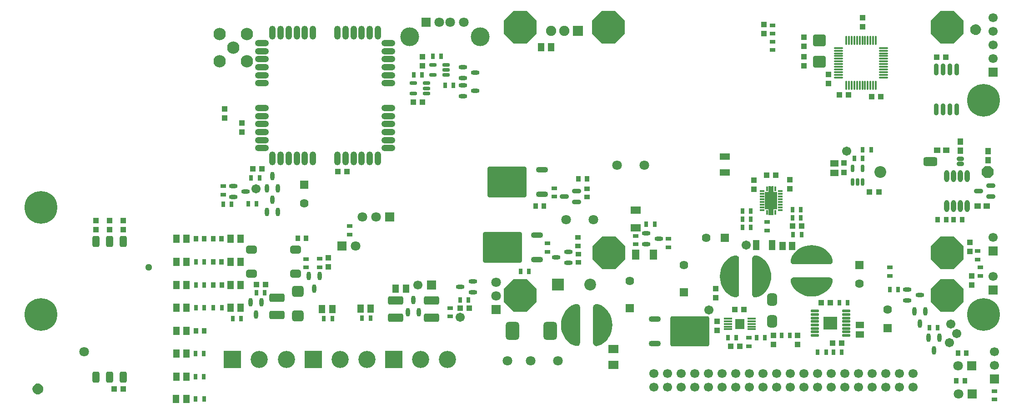
<source format=gts>
G04*
G04 #@! TF.GenerationSoftware,Altium Limited,Altium Designer,18.1.7 (191)*
G04*
G04 Layer_Color=8388736*
%FSLAX24Y24*%
%MOIN*%
G70*
G01*
G75*
%ADD50R,0.0474X0.0434*%
%ADD51R,0.0434X0.0474*%
G04:AMPARAMS|DCode=52|XSize=51.3mil|YSize=31.6mil|CornerRadius=9.9mil|HoleSize=0mil|Usage=FLASHONLY|Rotation=180.000|XOffset=0mil|YOffset=0mil|HoleType=Round|Shape=RoundedRectangle|*
%AMROUNDEDRECTD52*
21,1,0.0513,0.0118,0,0,180.0*
21,1,0.0315,0.0316,0,0,180.0*
1,1,0.0198,-0.0157,0.0059*
1,1,0.0198,0.0157,0.0059*
1,1,0.0198,0.0157,-0.0059*
1,1,0.0198,-0.0157,-0.0059*
%
%ADD52ROUNDEDRECTD52*%
G04:AMPARAMS|DCode=53|XSize=102.5mil|YSize=67.1mil|CornerRadius=18.8mil|HoleSize=0mil|Usage=FLASHONLY|Rotation=180.000|XOffset=0mil|YOffset=0mil|HoleType=Round|Shape=RoundedRectangle|*
%AMROUNDEDRECTD53*
21,1,0.1025,0.0295,0,0,180.0*
21,1,0.0650,0.0671,0,0,180.0*
1,1,0.0375,-0.0325,0.0148*
1,1,0.0375,0.0325,0.0148*
1,1,0.0375,0.0325,-0.0148*
1,1,0.0375,-0.0325,-0.0148*
%
%ADD53ROUNDEDRECTD53*%
%ADD54O,0.0375X0.0880*%
%ADD55O,0.0671X0.0361*%
%ADD56C,0.0512*%
%ADD57R,0.0356X0.0434*%
%ADD58R,0.0434X0.0356*%
%ADD59O,0.0886X0.0433*%
G04:AMPARAMS|DCode=60|XSize=287.5mil|YSize=226.5mil|CornerRadius=14.9mil|HoleSize=0mil|Usage=FLASHONLY|Rotation=180.000|XOffset=0mil|YOffset=0mil|HoleType=Round|Shape=RoundedRectangle|*
%AMROUNDEDRECTD60*
21,1,0.2875,0.1967,0,0,180.0*
21,1,0.2577,0.2265,0,0,180.0*
1,1,0.0299,-0.1288,0.0983*
1,1,0.0299,0.1288,0.0983*
1,1,0.0299,0.1288,-0.0983*
1,1,0.0299,-0.1288,-0.0983*
%
%ADD60ROUNDEDRECTD60*%
%ADD61R,0.0493X0.0631*%
G04:AMPARAMS|DCode=62|XSize=78.9mil|YSize=59.2mil|CornerRadius=16.8mil|HoleSize=0mil|Usage=FLASHONLY|Rotation=0.000|XOffset=0mil|YOffset=0mil|HoleType=Round|Shape=RoundedRectangle|*
%AMROUNDEDRECTD62*
21,1,0.0789,0.0256,0,0,0.0*
21,1,0.0453,0.0592,0,0,0.0*
1,1,0.0336,0.0226,-0.0128*
1,1,0.0336,-0.0226,-0.0128*
1,1,0.0336,-0.0226,0.0128*
1,1,0.0336,0.0226,0.0128*
%
%ADD62ROUNDEDRECTD62*%
%ADD63C,0.0671*%
G04:AMPARAMS|DCode=64|XSize=136mil|YSize=98.6mil|CornerRadius=26.6mil|HoleSize=0mil|Usage=FLASHONLY|Rotation=90.000|XOffset=0mil|YOffset=0mil|HoleType=Round|Shape=RoundedRectangle|*
%AMROUNDEDRECTD64*
21,1,0.1360,0.0453,0,0,90.0*
21,1,0.0827,0.0986,0,0,90.0*
1,1,0.0533,0.0226,0.0413*
1,1,0.0533,0.0226,-0.0413*
1,1,0.0533,-0.0226,-0.0413*
1,1,0.0533,-0.0226,0.0413*
%
%ADD64ROUNDEDRECTD64*%
%ADD65R,0.0493X0.0769*%
%ADD66R,0.0769X0.0493*%
%ADD67R,0.0433X0.0394*%
%ADD68O,0.0472X0.1024*%
%ADD69O,0.1024X0.0472*%
%ADD70R,0.0394X0.0433*%
%ADD71R,0.0315X0.0394*%
%ADD72R,0.0394X0.0315*%
%ADD73O,0.0630X0.0320*%
%ADD74O,0.0276X0.0571*%
%ADD75R,0.0610X0.0492*%
%ADD76O,0.0157X0.0669*%
%ADD77O,0.0669X0.0157*%
%ADD78O,0.0335X0.0889*%
G04:AMPARAMS|DCode=79|XSize=94.5mil|YSize=86.6mil|CornerRadius=14.4mil|HoleSize=0mil|Usage=FLASHONLY|Rotation=0.000|XOffset=0mil|YOffset=0mil|HoleType=Round|Shape=RoundedRectangle|*
%AMROUNDEDRECTD79*
21,1,0.0945,0.0579,0,0,0.0*
21,1,0.0657,0.0866,0,0,0.0*
1,1,0.0287,0.0329,-0.0289*
1,1,0.0287,-0.0329,-0.0289*
1,1,0.0287,-0.0329,0.0289*
1,1,0.0287,0.0329,0.0289*
%
%ADD79ROUNDEDRECTD79*%
%ADD80R,0.0433X0.0433*%
%ADD81R,0.0492X0.0610*%
%ADD82R,0.1004X0.0945*%
%ADD83O,0.0630X0.0217*%
%ADD84O,0.0320X0.0630*%
%ADD85O,0.0374X0.0157*%
%ADD86O,0.0157X0.0374*%
%ADD87R,0.0433X0.0827*%
%ADD88O,0.0571X0.0276*%
%ADD89R,0.0453X0.0591*%
G04:AMPARAMS|DCode=90|XSize=86.6mil|YSize=82.7mil|CornerRadius=21.7mil|HoleSize=0mil|Usage=FLASHONLY|Rotation=180.000|XOffset=0mil|YOffset=0mil|HoleType=Round|Shape=RoundedRectangle|*
%AMROUNDEDRECTD90*
21,1,0.0866,0.0394,0,0,180.0*
21,1,0.0433,0.0827,0,0,180.0*
1,1,0.0433,-0.0217,0.0197*
1,1,0.0433,0.0217,0.0197*
1,1,0.0433,0.0217,-0.0197*
1,1,0.0433,-0.0217,-0.0197*
%
%ADD90ROUNDEDRECTD90*%
G04:AMPARAMS|DCode=91|XSize=114.2mil|YSize=63mil|CornerRadius=16.7mil|HoleSize=0mil|Usage=FLASHONLY|Rotation=180.000|XOffset=0mil|YOffset=0mil|HoleType=Round|Shape=RoundedRectangle|*
%AMROUNDEDRECTD91*
21,1,0.1142,0.0295,0,0,180.0*
21,1,0.0807,0.0630,0,0,180.0*
1,1,0.0335,-0.0404,0.0148*
1,1,0.0335,0.0404,0.0148*
1,1,0.0335,0.0404,-0.0148*
1,1,0.0335,-0.0404,-0.0148*
%
%ADD91ROUNDEDRECTD91*%
%ADD92R,0.0433X0.0433*%
G04:AMPARAMS|DCode=93|XSize=90.6mil|YSize=72.8mil|CornerRadius=19.2mil|HoleSize=0mil|Usage=FLASHONLY|Rotation=90.000|XOffset=0mil|YOffset=0mil|HoleType=Round|Shape=RoundedRectangle|*
%AMROUNDEDRECTD93*
21,1,0.0906,0.0344,0,0,90.0*
21,1,0.0522,0.0728,0,0,90.0*
1,1,0.0384,0.0172,0.0261*
1,1,0.0384,0.0172,-0.0261*
1,1,0.0384,-0.0172,-0.0261*
1,1,0.0384,-0.0172,0.0261*
%
%ADD93ROUNDEDRECTD93*%
%ADD94R,0.0650X0.0768*%
%ADD95O,0.0610X0.0157*%
G04:AMPARAMS|DCode=96|XSize=55.1mil|YSize=76mil|CornerRadius=4.5mil|HoleSize=0mil|Usage=FLASHONLY|Rotation=90.000|XOffset=0mil|YOffset=0mil|HoleType=Round|Shape=RoundedRectangle|*
%AMROUNDEDRECTD96*
21,1,0.0551,0.0669,0,0,90.0*
21,1,0.0461,0.0760,0,0,90.0*
1,1,0.0091,0.0335,0.0230*
1,1,0.0091,0.0335,-0.0230*
1,1,0.0091,-0.0335,-0.0230*
1,1,0.0091,-0.0335,0.0230*
%
%ADD96ROUNDEDRECTD96*%
G04:AMPARAMS|DCode=97|XSize=55.1mil|YSize=76mil|CornerRadius=4.5mil|HoleSize=0mil|Usage=FLASHONLY|Rotation=0.000|XOffset=0mil|YOffset=0mil|HoleType=Round|Shape=RoundedRectangle|*
%AMROUNDEDRECTD97*
21,1,0.0551,0.0669,0,0,0.0*
21,1,0.0461,0.0760,0,0,0.0*
1,1,0.0091,0.0230,-0.0335*
1,1,0.0091,-0.0230,-0.0335*
1,1,0.0091,-0.0230,0.0335*
1,1,0.0091,0.0230,0.0335*
%
%ADD97ROUNDEDRECTD97*%
G04:AMPARAMS|DCode=98|XSize=283.5mil|YSize=222.4mil|CornerRadius=12.9mil|HoleSize=0mil|Usage=FLASHONLY|Rotation=0.000|XOffset=0mil|YOffset=0mil|HoleType=Round|Shape=RoundedRectangle|*
%AMROUNDEDRECTD98*
21,1,0.2835,0.1967,0,0,0.0*
21,1,0.2577,0.2224,0,0,0.0*
1,1,0.0258,0.1288,-0.0983*
1,1,0.0258,-0.1288,-0.0983*
1,1,0.0258,-0.1288,0.0983*
1,1,0.0258,0.1288,0.0983*
%
%ADD98ROUNDEDRECTD98*%
%ADD99R,0.0748X0.0591*%
G04:AMPARAMS|DCode=100|XSize=82.7mil|YSize=51.2mil|CornerRadius=13.8mil|HoleSize=0mil|Usage=FLASHONLY|Rotation=270.000|XOffset=0mil|YOffset=0mil|HoleType=Round|Shape=RoundedRectangle|*
%AMROUNDEDRECTD100*
21,1,0.0827,0.0236,0,0,270.0*
21,1,0.0551,0.0512,0,0,270.0*
1,1,0.0276,-0.0118,-0.0276*
1,1,0.0276,-0.0118,0.0276*
1,1,0.0276,0.0118,0.0276*
1,1,0.0276,0.0118,-0.0276*
%
%ADD100ROUNDEDRECTD100*%
%ADD101C,0.0867*%
%ADD102P,0.0939X8X22.5*%
%ADD103C,0.0710*%
%ADD104R,0.0710X0.0710*%
%ADD105R,0.0710X0.0710*%
%ADD106C,0.1379*%
%ADD107R,0.1261X0.1261*%
%ADD108C,0.1261*%
%ADD109C,0.0669*%
%ADD110C,0.0639*%
%ADD111R,0.0639X0.0639*%
%ADD112R,0.0639X0.0639*%
%ADD113R,0.0748X0.0748*%
%ADD114C,0.0748*%
%ADD115R,0.0669X0.0669*%
%ADD116C,0.0906*%
%ADD117C,0.0866*%
%ADD118R,0.0866X0.0866*%
%ADD119C,0.0709*%
%ADD120R,0.0669X0.0669*%
%ADD121P,0.2599X8X292.5*%
%ADD122C,0.2402*%
G36*
X1191Y1627D02*
X1088Y1614D01*
X992Y1574D01*
X910Y1511D01*
X847Y1429D01*
X807Y1333D01*
X794Y1230D01*
X807Y1128D01*
X847Y1032D01*
X910Y950D01*
X992Y886D01*
X1088Y847D01*
X1191Y833D01*
D01*
X1294Y847D01*
X1389Y886D01*
X1472Y950D01*
X1535Y1032D01*
X1575Y1128D01*
X1588Y1230D01*
X1575Y1333D01*
X1535Y1429D01*
X1472Y1511D01*
X1389Y1574D01*
X1294Y1614D01*
X1191Y1627D01*
D01*
D02*
G37*
G36*
X40715Y7469D02*
X40723Y7470D01*
X40794Y7452D01*
X40800Y7447D01*
X40809Y7445D01*
X40868Y7401D01*
X40872Y7394D01*
X40879Y7389D01*
X40918Y7327D01*
X40919Y7319D01*
X40924Y7312D01*
X40937Y7240D01*
X40937Y7236D01*
X40938Y7232D01*
Y4626D01*
X40937Y4622D01*
X40937Y4618D01*
X40923Y4544D01*
X40919Y4537D01*
X40917Y4529D01*
X40877Y4465D01*
X40870Y4460D01*
X40866Y4453D01*
X40805Y4408D01*
X40797Y4406D01*
X40791Y4401D01*
X40718Y4382D01*
X40709Y4383D01*
X40701Y4381D01*
X40626Y4390D01*
X40623Y4392D01*
X40618Y4391D01*
X40489Y4432D01*
X40488Y4433D01*
X40486Y4433D01*
X40335Y4494D01*
X40332Y4496D01*
X40329Y4497D01*
X40189Y4580D01*
X40187Y4583D01*
X40184Y4584D01*
X40059Y4688D01*
X40058Y4689D01*
X40056Y4690D01*
X40052Y4694D01*
X40051Y4696D01*
X40050Y4696D01*
X39900Y4862D01*
X39899Y4865D01*
X39897Y4867D01*
X39771Y5051D01*
X39771Y5054D01*
X39768Y5056D01*
X39668Y5255D01*
X39668Y5258D01*
X39666Y5260D01*
X39593Y5470D01*
X39593Y5473D01*
X39592Y5476D01*
X39547Y5694D01*
X39548Y5697D01*
X39547Y5700D01*
X39532Y5922D01*
X39533Y5925D01*
X39532Y5928D01*
X39547Y6150D01*
X39548Y6153D01*
X39547Y6156D01*
X39592Y6374D01*
X39593Y6377D01*
X39593Y6380D01*
X39666Y6591D01*
X39668Y6593D01*
X39668Y6596D01*
X39768Y6795D01*
X39771Y6797D01*
X39771Y6800D01*
X39897Y6984D01*
X39899Y6985D01*
X39900Y6988D01*
X40050Y7154D01*
X40051Y7155D01*
X40052Y7156D01*
X40054Y7158D01*
X40056Y7159D01*
X40056Y7161D01*
X40183Y7266D01*
X40186Y7267D01*
X40188Y7270D01*
X40330Y7354D01*
X40333Y7355D01*
X40336Y7357D01*
X40489Y7418D01*
X40491Y7418D01*
X40492Y7419D01*
X40626Y7461D01*
X40630Y7461D01*
X40634Y7463D01*
X40707Y7472D01*
X40715Y7469D01*
D02*
G37*
G36*
X42208Y7461D02*
X42212Y7459D01*
X42216Y7459D01*
X42346Y7419D01*
X42347Y7417D01*
X42349Y7417D01*
X42500Y7357D01*
X42502Y7354D01*
X42506Y7354D01*
X42645Y7271D01*
X42648Y7268D01*
X42651Y7267D01*
X42776Y7163D01*
X42777Y7161D01*
X42779Y7161D01*
X42783Y7156D01*
X42784Y7155D01*
X42785Y7154D01*
X42934Y6988D01*
X42935Y6985D01*
X42938Y6984D01*
X43063Y6800D01*
X43064Y6797D01*
X43066Y6795D01*
X43167Y6596D01*
X43167Y6593D01*
X43169Y6591D01*
X43242Y6380D01*
X43241Y6377D01*
X43243Y6374D01*
X43287Y6156D01*
X43287Y6153D01*
X43288Y6150D01*
X43303Y5928D01*
X43302Y5925D01*
X43303Y5922D01*
X43288Y5700D01*
X43287Y5697D01*
X43287Y5694D01*
X43243Y5476D01*
X43241Y5473D01*
X43242Y5470D01*
X43169Y5260D01*
X43167Y5258D01*
X43167Y5254D01*
X43066Y5055D01*
X43064Y5053D01*
X43063Y5051D01*
X42938Y4867D01*
X42935Y4865D01*
X42934Y4862D01*
X42785Y4696D01*
X42784Y4696D01*
X42783Y4694D01*
X42781Y4692D01*
X42779Y4691D01*
X42778Y4690D01*
X42652Y4585D01*
X42648Y4584D01*
X42646Y4581D01*
X42505Y4496D01*
X42501Y4496D01*
X42499Y4493D01*
X42346Y4432D01*
X42344Y4432D01*
X42343Y4431D01*
X42209Y4389D01*
X42204Y4389D01*
X42201Y4387D01*
X42128Y4379D01*
X42120Y4381D01*
X42112Y4380D01*
X42041Y4399D01*
X42034Y4404D01*
X42026Y4406D01*
X41967Y4449D01*
X41963Y4456D01*
X41956Y4461D01*
X41917Y4523D01*
X41915Y4531D01*
X41911Y4538D01*
X41897Y4610D01*
X41898Y4614D01*
X41896Y4618D01*
Y7224D01*
X41898Y7228D01*
X41897Y7232D01*
X41911Y7306D01*
X41916Y7313D01*
X41917Y7321D01*
X41958Y7385D01*
X41964Y7390D01*
X41969Y7397D01*
X42029Y7442D01*
X42037Y7444D01*
X42044Y7449D01*
X42117Y7468D01*
X42125Y7467D01*
X42133Y7469D01*
X42208Y7461D01*
D02*
G37*
G36*
X52280Y7963D02*
X52276Y7965D01*
X52272Y7964D01*
X52142Y8005D01*
X52141Y8006D01*
X52139Y8006D01*
X51988Y8066D01*
X51986Y8069D01*
X51982Y8069D01*
X51843Y8153D01*
X51841Y8155D01*
X51837Y8157D01*
X51712Y8260D01*
X51711Y8262D01*
X51710Y8263D01*
X51705Y8267D01*
X51704Y8269D01*
X51703Y8269D01*
X51554Y8435D01*
X51553Y8438D01*
X51550Y8439D01*
X51425Y8623D01*
X51424Y8626D01*
X51422Y8628D01*
X51322Y8827D01*
X51321Y8830D01*
X51319Y8833D01*
X51247Y9043D01*
X51247Y9046D01*
X51245Y9049D01*
X51201Y9267D01*
X51201Y9270D01*
X51200Y9273D01*
X51185Y9495D01*
X51186Y9498D01*
X51185Y9501D01*
X51200Y9723D01*
X51201Y9726D01*
X51201Y9729D01*
X51245Y9947D01*
X51247Y9950D01*
X51247Y9953D01*
X51319Y10163D01*
X51321Y10166D01*
X51322Y10169D01*
X51422Y10368D01*
X51424Y10370D01*
X51425Y10373D01*
X51550Y10557D01*
X51553Y10558D01*
X51554Y10561D01*
X51703Y10727D01*
X51704Y10727D01*
X51705Y10729D01*
X51707Y10731D01*
X51709Y10732D01*
X51710Y10733D01*
X51837Y10839D01*
X51840Y10840D01*
X51842Y10843D01*
X51983Y10927D01*
X51987Y10927D01*
X51989Y10930D01*
X52142Y10991D01*
X52144Y10991D01*
X52145Y10992D01*
X52280Y11034D01*
X52284Y11034D01*
X52287Y11036D01*
X52360Y11044D01*
X52368Y11042D01*
X52376Y11043D01*
X52447Y11024D01*
X52454Y11019D01*
X52462Y11017D01*
X52521Y10974D01*
X52525Y10967D01*
X52532Y10962D01*
X52571Y10900D01*
X52573Y10892D01*
X52577Y10885D01*
X52591Y10813D01*
X52590Y10809D01*
X52592Y10805D01*
Y8199D01*
X52590Y8195D01*
X52591Y8191D01*
X52577Y8117D01*
X52572Y8110D01*
X52571Y8102D01*
X52531Y8038D01*
X52524Y8033D01*
X52520Y8026D01*
X52459Y7981D01*
X52451Y7979D01*
X52444Y7974D01*
X52371Y7955D01*
X52363Y7956D01*
X52355Y7954D01*
X52280Y7963D01*
D02*
G37*
G36*
X58139Y11772D02*
X58141Y11771D01*
X58144Y11772D01*
X58363Y11727D01*
X58365Y11726D01*
X58368Y11726D01*
X58579Y11653D01*
X58581Y11651D01*
X58584Y11651D01*
X58783Y11551D01*
X58785Y11548D01*
X58788Y11548D01*
X58972Y11422D01*
X58974Y11419D01*
X58977Y11418D01*
X59142Y11269D01*
X59143Y11268D01*
X59144Y11267D01*
X59147Y11265D01*
X59147Y11263D01*
X59149Y11263D01*
X59254Y11136D01*
X59255Y11133D01*
X59258Y11130D01*
X59342Y10989D01*
X59343Y10985D01*
X59345Y10983D01*
X59406Y10830D01*
X59406Y10828D01*
X59408Y10827D01*
X59450Y10693D01*
X59449Y10689D01*
X59451Y10685D01*
X59460Y10612D01*
X59457Y10604D01*
X59459Y10596D01*
X59440Y10525D01*
X59435Y10518D01*
X59433Y10510D01*
X59389Y10451D01*
X59382Y10447D01*
X59378Y10440D01*
X59315Y10401D01*
X59307Y10400D01*
X59300Y10395D01*
X59228Y10381D01*
X59224Y10382D01*
X59220Y10381D01*
X56614D01*
X56611Y10382D01*
X56606Y10381D01*
X56532Y10396D01*
X56525Y10400D01*
X56517Y10401D01*
X56453Y10442D01*
X56448Y10449D01*
X56441Y10453D01*
X56397Y10514D01*
X56395Y10522D01*
X56390Y10528D01*
X56370Y10601D01*
X56371Y10610D01*
X56369Y10617D01*
X56378Y10693D01*
X56380Y10696D01*
X56380Y10700D01*
X56420Y10830D01*
X56421Y10831D01*
X56421Y10833D01*
X56482Y10984D01*
X56484Y10987D01*
X56485Y10990D01*
X56568Y11130D01*
X56571Y11132D01*
X56572Y11135D01*
X56676Y11260D01*
X56677Y11261D01*
X56678Y11263D01*
X56683Y11267D01*
X56684Y11268D01*
X56685Y11269D01*
X56850Y11418D01*
X56853Y11419D01*
X56855Y11422D01*
X57039Y11548D01*
X57042Y11548D01*
X57044Y11551D01*
X57243Y11651D01*
X57246Y11651D01*
X57248Y11653D01*
X57459Y11726D01*
X57462Y11726D01*
X57464Y11727D01*
X57682Y11772D01*
X57685Y11771D01*
X57688Y11772D01*
X57911Y11787D01*
X57913Y11786D01*
X57916Y11787D01*
X58139Y11772D01*
D02*
G37*
G36*
X53862Y11034D02*
X53866Y11031D01*
X53870Y11032D01*
X53999Y10991D01*
X54001Y10990D01*
X54002Y10990D01*
X54153Y10930D01*
X54156Y10927D01*
X54159Y10927D01*
X54299Y10843D01*
X54301Y10841D01*
X54305Y10840D01*
X54430Y10736D01*
X54430Y10734D01*
X54432Y10733D01*
X54437Y10729D01*
X54437Y10727D01*
X54439Y10727D01*
X54588Y10561D01*
X54589Y10558D01*
X54591Y10557D01*
X54717Y10373D01*
X54718Y10370D01*
X54720Y10368D01*
X54820Y10169D01*
X54820Y10166D01*
X54822Y10163D01*
X54895Y9953D01*
X54895Y9950D01*
X54897Y9947D01*
X54941Y9729D01*
X54940Y9726D01*
X54942Y9723D01*
X54956Y9501D01*
X54956Y9498D01*
X54956Y9495D01*
X54942Y9273D01*
X54940Y9270D01*
X54941Y9267D01*
X54897Y9049D01*
X54895Y9046D01*
X54895Y9043D01*
X54822Y8833D01*
X54820Y8830D01*
X54820Y8827D01*
X54720Y8628D01*
X54718Y8626D01*
X54717Y8623D01*
X54591Y8439D01*
X54589Y8438D01*
X54588Y8435D01*
X54439Y8269D01*
X54437Y8269D01*
X54437Y8267D01*
X54434Y8265D01*
X54433Y8264D01*
X54432Y8263D01*
X54305Y8157D01*
X54302Y8156D01*
X54300Y8154D01*
X54158Y8069D01*
X54155Y8069D01*
X54152Y8066D01*
X53999Y8005D01*
X53998Y8005D01*
X53996Y8004D01*
X53862Y7962D01*
X53858Y7962D01*
X53854Y7960D01*
X53781Y7952D01*
X53773Y7954D01*
X53765Y7953D01*
X53694Y7972D01*
X53688Y7977D01*
X53680Y7979D01*
X53621Y8022D01*
X53616Y8029D01*
X53610Y8034D01*
X53570Y8096D01*
X53569Y8104D01*
X53564Y8111D01*
X53551Y8183D01*
X53552Y8187D01*
X53550Y8191D01*
Y10797D01*
X53552Y10801D01*
X53551Y10805D01*
X53565Y10879D01*
X53569Y10886D01*
X53571Y10894D01*
X53611Y10958D01*
X53618Y10963D01*
X53622Y10970D01*
X53683Y11015D01*
X53691Y11017D01*
X53698Y11022D01*
X53771Y11041D01*
X53779Y11040D01*
X53787Y11042D01*
X53862Y11034D01*
D02*
G37*
G36*
X59216Y9421D02*
X59220Y9422D01*
X59295Y9408D01*
X59302Y9403D01*
X59310Y9402D01*
X59374Y9361D01*
X59378Y9355D01*
X59385Y9350D01*
X59430Y9289D01*
X59432Y9281D01*
X59437Y9275D01*
X59456Y9202D01*
X59455Y9194D01*
X59458Y9186D01*
X59449Y9111D01*
X59447Y9107D01*
X59447Y9103D01*
X59407Y8973D01*
X59406Y8972D01*
X59406Y8970D01*
X59345Y8819D01*
X59343Y8817D01*
X59342Y8813D01*
X59259Y8673D01*
X59256Y8671D01*
X59255Y8668D01*
X59151Y8543D01*
X59149Y8542D01*
X59149Y8540D01*
X59144Y8536D01*
X59143Y8535D01*
X59142Y8534D01*
X58977Y8385D01*
X58974Y8384D01*
X58972Y8381D01*
X58788Y8255D01*
X58785Y8255D01*
X58783Y8253D01*
X58584Y8152D01*
X58581Y8152D01*
X58579Y8150D01*
X58368Y8077D01*
X58365Y8077D01*
X58363Y8076D01*
X58144Y8032D01*
X58141Y8032D01*
X58139Y8031D01*
X57916Y8016D01*
X57913Y8017D01*
X57910Y8016D01*
X57688Y8031D01*
X57685Y8032D01*
X57682Y8032D01*
X57464Y8076D01*
X57462Y8077D01*
X57459Y8077D01*
X57248Y8150D01*
X57246Y8152D01*
X57243Y8152D01*
X57044Y8253D01*
X57042Y8255D01*
X57039Y8255D01*
X56855Y8381D01*
X56853Y8384D01*
X56850Y8385D01*
X56685Y8534D01*
X56684Y8535D01*
X56683Y8536D01*
X56680Y8538D01*
X56680Y8540D01*
X56678Y8541D01*
X56573Y8667D01*
X56572Y8671D01*
X56569Y8673D01*
X56485Y8814D01*
X56484Y8818D01*
X56482Y8820D01*
X56420Y8973D01*
X56420Y8975D01*
X56419Y8976D01*
X56377Y9110D01*
X56378Y9115D01*
X56376Y9118D01*
X56367Y9191D01*
X56369Y9199D01*
X56368Y9207D01*
X56387Y9278D01*
X56392Y9285D01*
X56394Y9293D01*
X56437Y9352D01*
X56444Y9356D01*
X56449Y9363D01*
X56511Y9402D01*
X56519Y9403D01*
X56526Y9408D01*
X56598Y9422D01*
X56603Y9421D01*
X56607Y9422D01*
X59212D01*
X59216Y9421D01*
D02*
G37*
G36*
X55378Y14425D02*
X55366Y14417D01*
X55122D01*
Y14008D01*
X55114Y13992D01*
X55098Y13982D01*
X55000D01*
X54969Y13995D01*
X54957Y14026D01*
Y14268D01*
X54925D01*
Y14026D01*
X54913Y13995D01*
X54882Y13982D01*
X54783D01*
X54772Y13992D01*
X54764Y14008D01*
X54760Y14020D01*
Y14417D01*
X54516D01*
X54504Y14425D01*
X54496Y14437D01*
Y15681D01*
X54504Y15693D01*
X54520Y15701D01*
X54760D01*
Y16106D01*
X54764Y16118D01*
X54772Y16130D01*
X54783Y16136D01*
X54882D01*
X54913Y16123D01*
X54925Y16093D01*
Y15850D01*
X54957D01*
Y16093D01*
X54969Y16123D01*
X55000Y16136D01*
X55098D01*
X55114Y16122D01*
X55122Y16098D01*
Y15701D01*
X55358D01*
X55378Y15697D01*
X55386Y15677D01*
Y14437D01*
X55378Y14425D01*
D02*
G37*
G36*
X69941Y28025D02*
X69838Y28012D01*
X69742Y27972D01*
X69660Y27909D01*
X69597Y27826D01*
X69557Y27731D01*
X69544Y27628D01*
X69557Y27525D01*
X69597Y27429D01*
X69660Y27347D01*
X69742Y27284D01*
X69838Y27244D01*
X69941Y27231D01*
D01*
X70044Y27244D01*
X70139Y27284D01*
X70222Y27347D01*
X70285Y27429D01*
X70325Y27525D01*
X70338Y27628D01*
X70325Y27731D01*
X70285Y27826D01*
X70222Y27909D01*
X70139Y27972D01*
X70044Y28012D01*
X69941Y28025D01*
D01*
D02*
G37*
D50*
X70069Y14675D02*
D03*
X70738D02*
D03*
X67789Y18760D02*
D03*
X67120D02*
D03*
D51*
X70837Y18038D02*
D03*
Y18707D02*
D03*
X68809Y18730D02*
D03*
Y19400D02*
D03*
D52*
X68809Y18120D02*
D03*
Y17766D02*
D03*
D53*
X66624Y17943D02*
D03*
D54*
X69319Y16875D02*
D03*
X68819D02*
D03*
Y14675D02*
D03*
X69319D02*
D03*
X67819Y16875D02*
D03*
Y14675D02*
D03*
X68319Y16875D02*
D03*
Y14675D02*
D03*
D55*
X71048Y15354D02*
D03*
Y16154D02*
D03*
X70138Y15754D02*
D03*
X40684Y14951D02*
D03*
Y15751D02*
D03*
X39774Y15351D02*
D03*
D56*
X69941Y27628D02*
D03*
X1191Y1230D02*
D03*
X9300Y10177D02*
D03*
D57*
X13376Y12257D02*
D03*
X12766D02*
D03*
X38278Y14665D02*
D03*
X37668D02*
D03*
X41437Y16663D02*
D03*
X40827D02*
D03*
X68327Y13671D02*
D03*
X68937D02*
D03*
X69134Y1821D02*
D03*
X68524D02*
D03*
X67766Y13671D02*
D03*
X67156D02*
D03*
X69262Y3848D02*
D03*
X68652D02*
D03*
X20236Y12283D02*
D03*
X20846D02*
D03*
X12766Y5506D02*
D03*
X13376D02*
D03*
X14656Y12248D02*
D03*
X14046D02*
D03*
X14656Y10572D02*
D03*
X14046D02*
D03*
X14675Y8867D02*
D03*
X14065D02*
D03*
D58*
X40797Y12352D02*
D03*
Y11742D02*
D03*
X41437Y15945D02*
D03*
Y15335D02*
D03*
X40807Y10522D02*
D03*
Y11132D02*
D03*
D59*
X38140Y17315D02*
D03*
Y15520D02*
D03*
X37795Y12531D02*
D03*
Y10736D02*
D03*
X46427Y6360D02*
D03*
Y4565D02*
D03*
D60*
X35581Y16417D02*
D03*
X35236Y11634D02*
D03*
D61*
X22766Y7106D02*
D03*
X22018D02*
D03*
X15315Y8877D02*
D03*
X16063D02*
D03*
X12088Y12248D02*
D03*
X11340D02*
D03*
X12087Y5506D02*
D03*
X11339D02*
D03*
X15315Y12254D02*
D03*
X16063D02*
D03*
X15315Y10571D02*
D03*
X16063D02*
D03*
X15315Y7192D02*
D03*
X16063D02*
D03*
X25581Y7116D02*
D03*
X24833D02*
D03*
D62*
X16860Y9685D02*
D03*
Y11457D02*
D03*
X20089Y9685D02*
D03*
Y11457D02*
D03*
D63*
X17185Y15915D02*
D03*
X32161Y6500D02*
D03*
X53130Y11801D02*
D03*
X50374Y7018D02*
D03*
X68130Y6004D02*
D03*
X68022Y4636D02*
D03*
X68543Y5295D02*
D03*
X60482Y18711D02*
D03*
D64*
X35984Y5512D02*
D03*
X38740D02*
D03*
D65*
X53858Y11782D02*
D03*
X55000D02*
D03*
D66*
X51545Y18287D02*
D03*
Y17146D02*
D03*
D67*
X67069Y25581D02*
D03*
X67739D02*
D03*
X32830Y7169D02*
D03*
X32161D02*
D03*
X62165Y15689D02*
D03*
X62835D02*
D03*
X62992Y22709D02*
D03*
X62323D02*
D03*
X59961Y22817D02*
D03*
X60630D02*
D03*
X59449Y4596D02*
D03*
X60118D02*
D03*
X58612Y7559D02*
D03*
X59282D02*
D03*
X54626Y16939D02*
D03*
X55295D02*
D03*
X56516Y13199D02*
D03*
X57185D02*
D03*
X29390Y22313D02*
D03*
X28720D02*
D03*
X23169Y17185D02*
D03*
X23839D02*
D03*
X16939Y17382D02*
D03*
X17608D02*
D03*
X17874Y8898D02*
D03*
X17205D02*
D03*
X51968Y4374D02*
D03*
X52638D02*
D03*
X52943Y7080D02*
D03*
X52274D02*
D03*
X6770Y1230D02*
D03*
X7440D02*
D03*
D68*
X26111Y27402D02*
D03*
Y18150D02*
D03*
X18985Y27402D02*
D03*
X18394D02*
D03*
X19576D02*
D03*
X20166D02*
D03*
X20757D02*
D03*
X21347D02*
D03*
X24930D02*
D03*
X23158D02*
D03*
X23749D02*
D03*
X24339D02*
D03*
X25520D02*
D03*
X19576Y18150D02*
D03*
X18985D02*
D03*
X18394D02*
D03*
X21347D02*
D03*
X20757D02*
D03*
X20166D02*
D03*
X25520D02*
D03*
X24930D02*
D03*
X24339D02*
D03*
X23749D02*
D03*
X23158D02*
D03*
D69*
X17627Y18917D02*
D03*
Y21870D02*
D03*
Y24862D02*
D03*
X26879Y18917D02*
D03*
Y21870D02*
D03*
Y24862D02*
D03*
X17627Y19508D02*
D03*
Y20098D02*
D03*
Y20689D02*
D03*
Y21280D02*
D03*
Y23681D02*
D03*
Y24272D02*
D03*
Y25453D02*
D03*
Y26043D02*
D03*
Y26634D02*
D03*
X26879Y19508D02*
D03*
Y20098D02*
D03*
Y20689D02*
D03*
Y21280D02*
D03*
Y23681D02*
D03*
Y24272D02*
D03*
Y26043D02*
D03*
Y25453D02*
D03*
Y26634D02*
D03*
D70*
X54419Y27992D02*
D03*
Y27323D02*
D03*
X60276Y17815D02*
D03*
Y17146D02*
D03*
X61644Y28494D02*
D03*
Y27825D02*
D03*
X57363Y26390D02*
D03*
Y27059D02*
D03*
X57362Y25642D02*
D03*
Y24973D02*
D03*
X59163Y24323D02*
D03*
Y23654D02*
D03*
X56308Y15915D02*
D03*
Y16585D02*
D03*
X53681Y15886D02*
D03*
Y16555D02*
D03*
X69656Y8868D02*
D03*
Y9537D02*
D03*
X69508Y11998D02*
D03*
Y11329D02*
D03*
X29370Y25630D02*
D03*
Y24961D02*
D03*
X22472Y10866D02*
D03*
Y10197D02*
D03*
X56890Y5168D02*
D03*
Y4499D02*
D03*
X55128Y5168D02*
D03*
Y4499D02*
D03*
X50881Y8593D02*
D03*
Y7923D02*
D03*
X50984Y6204D02*
D03*
Y5535D02*
D03*
X5442Y13612D02*
D03*
Y12943D02*
D03*
X6436Y13612D02*
D03*
Y12943D02*
D03*
X7440Y13593D02*
D03*
Y12923D02*
D03*
X16142Y20108D02*
D03*
Y20778D02*
D03*
X14882Y21142D02*
D03*
Y21811D02*
D03*
D71*
X36585Y9852D02*
D03*
X37195D02*
D03*
X24961Y6417D02*
D03*
X25571D02*
D03*
X14065Y7202D02*
D03*
X14675D02*
D03*
X61664Y18809D02*
D03*
X62274D02*
D03*
X61053Y18179D02*
D03*
X61663D02*
D03*
X32151Y7779D02*
D03*
X32761D02*
D03*
X58966Y3937D02*
D03*
X58356D02*
D03*
X60118D02*
D03*
X59508D02*
D03*
X60551Y7560D02*
D03*
X59941D02*
D03*
X63652Y8533D02*
D03*
X64262D02*
D03*
X66546Y5728D02*
D03*
X67156D02*
D03*
X52835Y13100D02*
D03*
X53445D02*
D03*
X52835Y13701D02*
D03*
X53445D02*
D03*
X52835Y14301D02*
D03*
X53445D02*
D03*
X57126Y14400D02*
D03*
X56516D02*
D03*
X57126Y13799D02*
D03*
X56516D02*
D03*
X57175Y12580D02*
D03*
X56565D02*
D03*
X31044Y23533D02*
D03*
X31654D02*
D03*
X30138Y25650D02*
D03*
X30748D02*
D03*
X28750Y24281D02*
D03*
X29360D02*
D03*
X14784Y14793D02*
D03*
X15394D02*
D03*
X17224Y14823D02*
D03*
X16614D02*
D03*
X17441Y16742D02*
D03*
X16831D02*
D03*
X13356Y2126D02*
D03*
X12746D02*
D03*
X13376Y8867D02*
D03*
X12766D02*
D03*
X13376Y10572D02*
D03*
X12766D02*
D03*
X13376Y7202D02*
D03*
X12766D02*
D03*
X13356Y3821D02*
D03*
X12746D02*
D03*
X13366Y482D02*
D03*
X12756D02*
D03*
X17199Y8287D02*
D03*
X17809D02*
D03*
X16092Y6388D02*
D03*
X15482D02*
D03*
X22156Y6407D02*
D03*
X22766D02*
D03*
X55709Y5178D02*
D03*
X56319D02*
D03*
X54488Y4983D02*
D03*
X53878D02*
D03*
X51788Y5013D02*
D03*
X52398D02*
D03*
X46407Y13337D02*
D03*
X45797D02*
D03*
D72*
X38558Y11919D02*
D03*
Y11309D02*
D03*
X55049Y26134D02*
D03*
Y26744D02*
D03*
Y27315D02*
D03*
Y27925D02*
D03*
X31412Y7169D02*
D03*
Y6559D02*
D03*
X63652Y10157D02*
D03*
Y9547D02*
D03*
X54646Y12874D02*
D03*
Y13484D02*
D03*
X70266Y9538D02*
D03*
Y10148D02*
D03*
X70098Y11348D02*
D03*
Y10738D02*
D03*
X71319Y1073D02*
D03*
Y463D02*
D03*
X24065Y13189D02*
D03*
Y12579D02*
D03*
X14793Y15512D02*
D03*
Y16122D02*
D03*
X39045Y15964D02*
D03*
Y15354D02*
D03*
X21851Y10177D02*
D03*
Y10787D02*
D03*
X20837Y10758D02*
D03*
Y10148D02*
D03*
X53317Y4983D02*
D03*
Y4373D02*
D03*
X47421Y12254D02*
D03*
Y11644D02*
D03*
X45010Y11870D02*
D03*
Y12480D02*
D03*
D73*
X39183Y10902D02*
D03*
X40093Y11302D02*
D03*
Y10502D02*
D03*
X33071Y9140D02*
D03*
Y8340D02*
D03*
X32161Y8740D02*
D03*
X65836Y8133D02*
D03*
X64926Y7733D02*
D03*
Y8533D02*
D03*
X33243Y24475D02*
D03*
X32333Y24075D02*
D03*
Y24875D02*
D03*
X33243Y23133D02*
D03*
X32333Y22733D02*
D03*
Y23533D02*
D03*
X16427Y15722D02*
D03*
X15517Y15322D02*
D03*
Y16122D02*
D03*
X46702Y12259D02*
D03*
X45792Y11859D02*
D03*
Y12659D02*
D03*
D74*
X61663Y16435D02*
D03*
Y17419D02*
D03*
X60915Y16435D02*
D03*
Y17419D02*
D03*
X61289Y16435D02*
D03*
D75*
X59567Y17096D02*
D03*
Y17805D02*
D03*
X61447Y5236D02*
D03*
Y5945D02*
D03*
D76*
X60453Y23536D02*
D03*
X60650D02*
D03*
X60846D02*
D03*
X61043D02*
D03*
X61240D02*
D03*
X61437D02*
D03*
X61634D02*
D03*
X61831D02*
D03*
X62028D02*
D03*
X62224D02*
D03*
Y26843D02*
D03*
X62028D02*
D03*
X61831D02*
D03*
X61634D02*
D03*
X61437D02*
D03*
X61240D02*
D03*
X61043D02*
D03*
X60846D02*
D03*
X60650D02*
D03*
X60453D02*
D03*
X62421Y23536D02*
D03*
X62618D02*
D03*
Y26843D02*
D03*
X62421D02*
D03*
D77*
X63189Y24107D02*
D03*
Y24304D02*
D03*
Y24500D02*
D03*
Y24697D02*
D03*
Y24894D02*
D03*
Y25485D02*
D03*
Y25681D02*
D03*
Y25878D02*
D03*
Y26075D02*
D03*
Y26272D02*
D03*
Y25091D02*
D03*
Y25288D02*
D03*
X59882Y24894D02*
D03*
Y24697D02*
D03*
Y24500D02*
D03*
Y24304D02*
D03*
Y24107D02*
D03*
Y26272D02*
D03*
Y26075D02*
D03*
Y25878D02*
D03*
Y25681D02*
D03*
Y25485D02*
D03*
Y25288D02*
D03*
Y25091D02*
D03*
D78*
X68061Y24702D02*
D03*
Y21752D02*
D03*
X67061Y24702D02*
D03*
X67561D02*
D03*
X68561D02*
D03*
X67061Y21752D02*
D03*
X67561D02*
D03*
X68561D02*
D03*
D79*
X58474Y26843D02*
D03*
Y25268D02*
D03*
D80*
X57913Y8852D02*
D03*
Y10952D02*
D03*
D81*
X55778Y11722D02*
D03*
X56486D02*
D03*
X38091Y26339D02*
D03*
X38799D02*
D03*
D82*
X59291Y6063D02*
D03*
D83*
X60433Y6959D02*
D03*
Y6703D02*
D03*
Y6447D02*
D03*
Y6191D02*
D03*
Y5935D02*
D03*
Y5679D02*
D03*
Y5423D02*
D03*
Y5167D02*
D03*
X58150D02*
D03*
Y5423D02*
D03*
Y5679D02*
D03*
Y5935D02*
D03*
Y6191D02*
D03*
Y6447D02*
D03*
Y6703D02*
D03*
Y6959D02*
D03*
D84*
X65840Y6014D02*
D03*
X65440Y6924D02*
D03*
X66240D02*
D03*
X66870Y4075D02*
D03*
X66470Y4985D02*
D03*
X67270D02*
D03*
X18392Y15131D02*
D03*
X18792Y14221D02*
D03*
X17992D02*
D03*
X18389Y16875D02*
D03*
X18789Y15965D02*
D03*
X17989D02*
D03*
X16789Y7610D02*
D03*
X17589D02*
D03*
X17189Y6700D02*
D03*
X21450Y8613D02*
D03*
X21050Y9523D02*
D03*
X21850D02*
D03*
X28727Y7760D02*
D03*
X29127Y6850D02*
D03*
X28327D02*
D03*
D85*
X54272Y15748D02*
D03*
Y15551D02*
D03*
Y15354D02*
D03*
Y15157D02*
D03*
Y14961D02*
D03*
Y14764D02*
D03*
Y14567D02*
D03*
Y14370D02*
D03*
X55610D02*
D03*
Y14567D02*
D03*
Y14764D02*
D03*
Y14961D02*
D03*
Y15157D02*
D03*
Y15354D02*
D03*
Y15551D02*
D03*
Y15748D02*
D03*
D86*
X54646Y14193D02*
D03*
X55236D02*
D03*
X54646Y15925D02*
D03*
X55236D02*
D03*
D87*
X54941Y15059D02*
D03*
D88*
X31122Y25039D02*
D03*
X30138D02*
D03*
X31122Y24291D02*
D03*
X30138D02*
D03*
X31122Y24665D02*
D03*
X29695Y23681D02*
D03*
X28711D02*
D03*
X29695Y22933D02*
D03*
X28711D02*
D03*
X29695Y23307D02*
D03*
D89*
X11339Y2126D02*
D03*
X12087D02*
D03*
X11339Y8877D02*
D03*
X12087D02*
D03*
X11340Y10562D02*
D03*
X12088D02*
D03*
X11339Y7192D02*
D03*
X12087D02*
D03*
X11339Y3821D02*
D03*
X12087D02*
D03*
X11329Y482D02*
D03*
X12077D02*
D03*
X27421Y8583D02*
D03*
X28169D02*
D03*
D90*
X20236Y8396D02*
D03*
Y6585D02*
D03*
D91*
X18730Y7933D02*
D03*
Y6673D02*
D03*
X27420Y6467D02*
D03*
Y7726D02*
D03*
X30038Y6467D02*
D03*
Y7726D02*
D03*
D92*
X52021Y9498D02*
D03*
X54121D02*
D03*
X42467Y5925D02*
D03*
X40367D02*
D03*
D93*
X55020Y6181D02*
D03*
Y7795D02*
D03*
D94*
X52648Y6008D02*
D03*
D95*
X53514Y6402D02*
D03*
Y6205D02*
D03*
Y6008D02*
D03*
Y5811D02*
D03*
Y5615D02*
D03*
X51782D02*
D03*
Y5811D02*
D03*
Y6008D02*
D03*
Y6205D02*
D03*
Y6402D02*
D03*
D96*
X45009Y13080D02*
D03*
Y14380D02*
D03*
D97*
Y11104D02*
D03*
X46309D02*
D03*
D98*
X48986Y5463D02*
D03*
D99*
X43376Y3012D02*
D03*
Y4154D02*
D03*
D100*
X6438Y2105D02*
D03*
Y12055D02*
D03*
X7438Y2105D02*
D03*
X5438D02*
D03*
X7438Y12055D02*
D03*
X5438D02*
D03*
D101*
X62953Y17156D02*
D03*
D102*
X70827D02*
D03*
D103*
X34793Y9051D02*
D03*
Y8051D02*
D03*
X68675Y856D02*
D03*
X35630Y3287D02*
D03*
X39311D02*
D03*
X37311D02*
D03*
X41919Y13652D02*
D03*
X39919D02*
D03*
X45652Y17667D02*
D03*
X43652D02*
D03*
X30630Y28179D02*
D03*
X31417D02*
D03*
X32402D02*
D03*
X68652Y2943D02*
D03*
X24994Y13878D02*
D03*
X25994D02*
D03*
X24498Y11732D02*
D03*
D104*
X34793Y7051D02*
D03*
D105*
X69675Y856D02*
D03*
X29646Y28179D02*
D03*
X69652Y2943D02*
D03*
X26994Y13878D02*
D03*
X23498Y11732D02*
D03*
D106*
X28435Y27106D02*
D03*
X33622D02*
D03*
D107*
X15463Y3406D02*
D03*
X21368D02*
D03*
X27274D02*
D03*
D108*
X17431D02*
D03*
X19400D02*
D03*
X23337D02*
D03*
X25305D02*
D03*
X29242D02*
D03*
X31211D02*
D03*
D109*
X61357Y2362D02*
D03*
Y1362D02*
D03*
X62357Y2362D02*
D03*
Y1362D02*
D03*
X63357Y2362D02*
D03*
Y1362D02*
D03*
X64357D02*
D03*
Y2362D02*
D03*
X65357Y1362D02*
D03*
Y2362D02*
D03*
X56357D02*
D03*
Y1362D02*
D03*
X57357Y2362D02*
D03*
Y1362D02*
D03*
X58357Y2362D02*
D03*
Y1362D02*
D03*
X59357D02*
D03*
Y2362D02*
D03*
X60357Y1362D02*
D03*
Y2362D02*
D03*
X51357D02*
D03*
Y1362D02*
D03*
X52357Y2362D02*
D03*
Y1362D02*
D03*
X53357Y2362D02*
D03*
Y1362D02*
D03*
X54357D02*
D03*
Y2362D02*
D03*
X55357Y1362D02*
D03*
Y2362D02*
D03*
X46357D02*
D03*
Y1362D02*
D03*
X47357Y2362D02*
D03*
Y1362D02*
D03*
X48357Y2362D02*
D03*
Y1362D02*
D03*
X49357D02*
D03*
Y2362D02*
D03*
X50357Y1362D02*
D03*
Y2362D02*
D03*
X71229Y9494D02*
D03*
Y12362D02*
D03*
X71201Y28484D02*
D03*
Y25484D02*
D03*
Y27484D02*
D03*
Y26484D02*
D03*
X71319Y2953D02*
D03*
Y3953D02*
D03*
X29059Y8877D02*
D03*
D110*
X20728Y14862D02*
D03*
X61417Y8961D02*
D03*
X63474Y7067D02*
D03*
X50167Y12333D02*
D03*
X48553Y10317D02*
D03*
X44587Y9169D02*
D03*
D111*
X20728Y16240D02*
D03*
X61417Y10339D02*
D03*
X63474Y5689D02*
D03*
X48553Y8317D02*
D03*
X44587Y7169D02*
D03*
D112*
X51545Y12333D02*
D03*
D113*
X40778Y27530D02*
D03*
D114*
X38809D02*
D03*
X39793D02*
D03*
D115*
X71229Y8494D02*
D03*
Y11362D02*
D03*
X71201Y24484D02*
D03*
X71319Y1953D02*
D03*
D116*
X14524Y25283D02*
D03*
Y27283D02*
D03*
X16524Y25283D02*
D03*
Y27283D02*
D03*
X15524Y26283D02*
D03*
D117*
X41673Y8907D02*
D03*
D118*
X39311D02*
D03*
D119*
X4576Y3957D02*
D03*
D120*
X30059Y8877D02*
D03*
D121*
X67843Y11240D02*
D03*
X43040Y11230D02*
D03*
X43020Y27785D02*
D03*
X67853Y27785D02*
D03*
Y8100D02*
D03*
X36554Y27785D02*
D03*
Y8100D02*
D03*
D122*
X1404Y14571D02*
D03*
X70499Y22445D02*
D03*
Y6697D02*
D03*
X1404D02*
D03*
M02*

</source>
